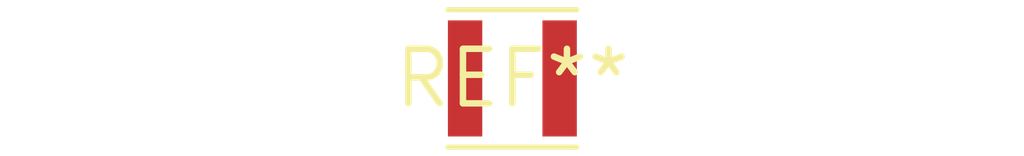
<source format=kicad_pcb>
(kicad_pcb (version 20240108) (generator pcbnew)
  (layers (0 "F.Cu" signal) (31 "B.Cu" signal) (34 "B.Paste" user) (35 "F.Paste" user) (36 "B.SilkS" user "B.Silkscreen") (37 "F.SilkS" user "F.Silkscreen") (38 "B.Mask" user) (39 "F.Mask" user) (44 "Edge.Cuts" user))
  (net 0 "")
  (footprint "L_Taiyo-Yuden_NR-30xx" (layer "F.Cu") (at 0 0)
    (property "Reference" "REF**")
    (property "Value" "L_Taiyo-Yuden_NR-30xx")
    (fp_line (start -1.5 -1.6) (end 1.5 -1.6) (layer "F.SilkS") (stroke (width 0.12)))
    (fp_line (start -1.5 1.6) (end 1.5 1.6) (layer "F.SilkS") (stroke (width 0.12)))
    (pad "1" smd rect (at -1.1 0) (size 0.8 2.7) (layers "F.Cu" "F.Paste" "F.Mask"))
    (pad "2" smd rect (at 1.1 0) (size 0.8 2.7) (layers "F.Cu" "F.Paste" "F.Mask"))
  )
)
</source>
